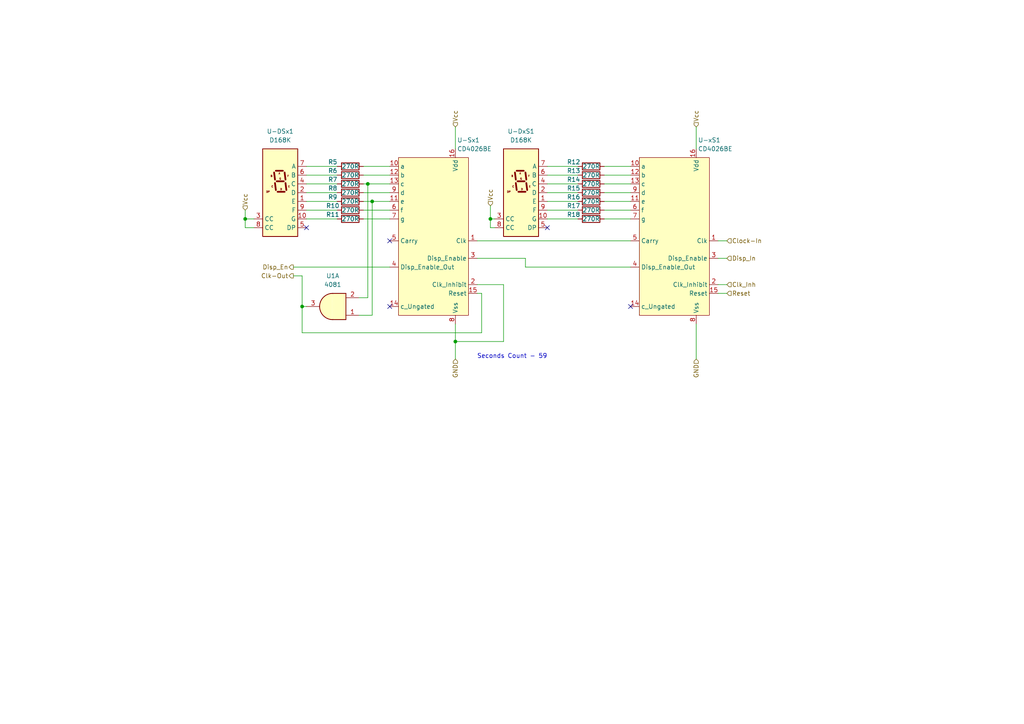
<source format=kicad_sch>
(kicad_sch (version 20250114) (generator "eeschema") (generator_version "9.0")
  (paper "A4")
  (title_block (title "Seconds Counter") (date "2023-12-24") (rev "1.0") (company "Akbar Q"))
  (lib_symbols
    (symbol "4xxx:4081" (pin_names (offset 1.016))
      (property "Reference" "U" (at 0 1.27 0))
      (property "Value" "4081" (at 0 -1.27 0))
      (symbol "4081_1_1"
        (arc (start 0 3.81) (mid 3.7934 0) (end 0 -3.81) (stroke (width 0.254)) (fill (type background)))
        (polyline (pts (xy 0 3.81) (xy -3.81 3.81) (xy -3.81 -3.81) (xy 0 -3.81)) (stroke (width 0.254)) (fill (type background)))
        (pin input line (at -7.62 2.54 0) (length 3.81) (name "~") (number "1"))
        (pin input line (at -7.62 -2.54 0) (length 3.81) (name "~") (number "2"))
        (pin output line (at 7.62 0 180) (length 3.81) (name "~") (number "3"))
      )
      (symbol "4081_1_2"
        (arc (start -3.81 3.81) (mid -2.589 0) (end -3.81 -3.81) (stroke (width 0.254)))
        (polyline (pts (xy -3.81 3.81) (xy -0.635 3.81)) (stroke (width 0.254)) (fill (type background)))
        (polyline (pts (xy -3.81 -3.81) (xy -0.635 -3.81)) (stroke (width 0.254)) (fill (type background)))
        (arc (start 3.81 0) (mid 2.1855 -2.584) (end -0.6096 -3.81) (stroke (width 0.254)) (fill (type background)))
        (arc (start -0.6096 3.81) (mid 2.1929 2.5925) (end 3.81 0) (stroke (width 0.254)) (fill (type background)))
        (polyline (pts (xy -0.635 3.81) (xy -3.81 3.81) (xy -3.81 3.81) (xy -3.556 3.4036) (xy -3.0226 2.2606) (xy -2.6924 1.0414) (xy -2.6162 -0.254) (xy -2.7686 -1.4986) (xy -3.175 -2.7178) (xy -3.81 -3.81) (xy -3.81 -3.81) (xy -0.635 -3.81)) (stroke (width -25.4)) (fill (type background)))
        (pin input inverted (at -7.62 2.54 0) (length 4.318) (name "~") (number "1"))
        (pin input inverted (at -7.62 -2.54 0) (length 4.318) (name "~") (number "2"))
        (pin output inverted (at 7.62 0 180) (length 3.81) (name "~") (number "3"))
      )
      (symbol "4081_2_1"
        (arc (start 0 3.81) (mid 3.7934 0) (end 0 -3.81) (stroke (width 0.254)) (fill (type background)))
        (polyline (pts (xy 0 3.81) (xy -3.81 3.81) (xy -3.81 -3.81) (xy 0 -3.81)) (stroke (width 0.254)) (fill (type background)))
        (pin input line (at -7.62 2.54 0) (length 3.81) (name "~") (number "5"))
        (pin input line (at -7.62 -2.54 0) (length 3.81) (name "~") (number "6"))
        (pin output line (at 7.62 0 180) (length 3.81) (name "~") (number "4"))
      )
      (symbol "4081_2_2"
        (arc (start -3.81 3.81) (mid -2.589 0) (end -3.81 -3.81) (stroke (width 0.254)))
        (polyline (pts (xy -3.81 3.81) (xy -0.635 3.81)) (stroke (width 0.254)) (fill (type background)))
        (polyline (pts (xy -3.81 -3.81) (xy -0.635 -3.81)) (stroke (width 0.254)) (fill (type background)))
        (arc (start 3.81 0) (mid 2.1855 -2.584) (end -0.6096 -3.81) (stroke (width 0.254)) (fill (type background)))
        (arc (start -0.6096 3.81) (mid 2.1929 2.5925) (end 3.81 0) (stroke (width 0.254)) (fill (type background)))
        (polyline (pts (xy -0.635 3.81) (xy -3.81 3.81) (xy -3.81 3.81) (xy -3.556 3.4036) (xy -3.0226 2.2606) (xy -2.6924 1.0414) (xy -2.6162 -0.254) (xy -2.7686 -1.4986) (xy -3.175 -2.7178) (xy -3.81 -3.81) (xy -3.81 -3.81) (xy -0.635 -3.81)) (stroke (width -25.4)) (fill (type background)))
        (pin input inverted (at -7.62 2.54 0) (length 4.318) (name "~") (number "5"))
        (pin input inverted (at -7.62 -2.54 0) (length 4.318) (name "~") (number "6"))
        (pin output inverted (at 7.62 0 180) (length 3.81) (name "~") (number "4"))
      )
      (symbol "4081_3_1"
        (arc (start 0 3.81) (mid 3.7934 0) (end 0 -3.81) (stroke (width 0.254)) (fill (type background)))
        (polyline (pts (xy 0 3.81) (xy -3.81 3.81) (xy -3.81 -3.81) (xy 0 -3.81)) (stroke (width 0.254)) (fill (type background)))
        (pin input line (at -7.62 2.54 0) (length 3.81) (name "~") (number "8"))
        (pin input line (at -7.62 -2.54 0) (length 3.81) (name "~") (number "9"))
        (pin output line (at 7.62 0 180) (length 3.81) (name "~") (number "10"))
      )
      (symbol "4081_3_2"
        (arc (start -3.81 3.81) (mid -2.589 0) (end -3.81 -3.81) (stroke (width 0.254)))
        (polyline (pts (xy -3.81 3.81) (xy -0.635 3.81)) (stroke (width 0.254)) (fill (type background)))
        (polyline (pts (xy -3.81 -3.81) (xy -0.635 -3.81)) (stroke (width 0.254)) (fill (type background)))
        (arc (start 3.81 0) (mid 2.1855 -2.584) (end -0.6096 -3.81) (stroke (width 0.254)) (fill (type background)))
        (arc (start -0.6096 3.81) (mid 2.1929 2.5925) (end 3.81 0) (stroke (width 0.254)) (fill (type background)))
        (polyline (pts (xy -0.635 3.81) (xy -3.81 3.81) (xy -3.81 3.81) (xy -3.556 3.4036) (xy -3.0226 2.2606) (xy -2.6924 1.0414) (xy -2.6162 -0.254) (xy -2.7686 -1.4986) (xy -3.175 -2.7178) (xy -3.81 -3.81) (xy -3.81 -3.81) (xy -0.635 -3.81)) (stroke (width -25.4)) (fill (type background)))
        (pin input inverted (at -7.62 2.54 0) (length 4.318) (name "~") (number "8"))
        (pin input inverted (at -7.62 -2.54 0) (length 4.318) (name "~") (number "9"))
        (pin output inverted (at 7.62 0 180) (length 3.81) (name "~") (number "10"))
      )
      (symbol "4081_4_1"
        (arc (start 0 3.81) (mid 3.7934 0) (end 0 -3.81) (stroke (width 0.254)) (fill (type background)))
        (polyline (pts (xy 0 3.81) (xy -3.81 3.81) (xy -3.81 -3.81) (xy 0 -3.81)) (stroke (width 0.254)) (fill (type background)))
        (pin input line (at -7.62 2.54 0) (length 3.81) (name "~") (number "12"))
        (pin input line (at -7.62 -2.54 0) (length 3.81) (name "~") (number "13"))
        (pin output line (at 7.62 0 180) (length 3.81) (name "~") (number "11"))
      )
      (symbol "4081_4_2"
        (arc (start -3.81 3.81) (mid -2.589 0) (end -3.81 -3.81) (stroke (width 0.254)))
        (polyline (pts (xy -3.81 3.81) (xy -0.635 3.81)) (stroke (width 0.254)) (fill (type background)))
        (polyline (pts (xy -3.81 -3.81) (xy -0.635 -3.81)) (stroke (width 0.254)) (fill (type background)))
        (arc (start 3.81 0) (mid 2.1855 -2.584) (end -0.6096 -3.81) (stroke (width 0.254)) (fill (type background)))
        (arc (start -0.6096 3.81) (mid 2.1929 2.5925) (end 3.81 0) (stroke (width 0.254)) (fill (type background)))
        (polyline (pts (xy -0.635 3.81) (xy -3.81 3.81) (xy -3.81 3.81) (xy -3.556 3.4036) (xy -3.0226 2.2606) (xy -2.6924 1.0414) (xy -2.6162 -0.254) (xy -2.7686 -1.4986) (xy -3.175 -2.7178) (xy -3.81 -3.81) (xy -3.81 -3.81) (xy -0.635 -3.81)) (stroke (width -25.4)) (fill (type background)))
        (pin input inverted (at -7.62 2.54 0) (length 4.318) (name "~") (number "12"))
        (pin input inverted (at -7.62 -2.54 0) (length 4.318) (name "~") (number "13"))
        (pin output inverted (at 7.62 0 180) (length 3.81) (name "~") (number "11"))
      )
      (symbol "4081_5_0"
        (pin power_in line (at 0 12.7 270) (length 5.08) (name "VDD") (number "14"))
        (pin power_in line (at 0 -12.7 90) (length 5.08) (name "VSS") (number "7"))
      )
      (symbol "4081_5_1"
        (rectangle (start -5.08 7.62) (end 5.08 -7.62) (stroke (width 0.254)) (fill (type background)))
      )
    )
    (symbol "Clock:CD4026BE"
      (property "Reference" "U?" (at 4.3306 27.94 0))
      (property "Value" "CD4026BE" (at 4.3306 25.4 0))
      (symbol "CD4026BE_0_1"
        (rectangle (start -10.16 22.86) (end 10.16 -22.86) (fill (type background)))
      )
      (symbol "CD4026BE_1_1"
        (pin input line (at -12.7 -1.27 0) (length 2.54) (name "Clk") (number "1"))
        (pin input line (at -12.7 -6.35 0) (length 2.54) (name "Disp_Enable") (number "3"))
        (pin input line (at -12.7 -13.97 0) (length 2.54) (name "Clk_Inhibit") (number "2"))
        (pin input line (at -12.7 -16.51 0) (length 2.54) (name "Reset") (number "15"))
        (pin power_in line (at -6.35 25.4 270) (length 2.54) (name "Vdd") (number "16"))
        (pin power_in line (at -6.35 -25.4 90) (length 2.54) (name "Vss") (number "8"))
        (pin output line (at 12.7 20.32 180) (length 2.54) (name "a") (number "10"))
        (pin output line (at 12.7 17.78 180) (length 2.54) (name "b") (number "12"))
        (pin output line (at 12.7 15.24 180) (length 2.54) (name "c") (number "13"))
        (pin output line (at 12.7 12.7 180) (length 2.54) (name "d") (number "9"))
        (pin output line (at 12.7 10.16 180) (length 2.54) (name "e") (number "11"))
        (pin output line (at 12.7 7.62 180) (length 2.54) (name "f") (number "6"))
        (pin output line (at 12.7 5.08 180) (length 2.54) (name "g") (number "7"))
        (pin output line (at 12.7 -1.27 180) (length 2.54) (name "Carry") (number "5"))
        (pin output line (at 12.7 -8.89 180) (length 2.54) (name "Disp_Enable_Out") (number "4"))
        (pin output line (at 12.7 -20.32 180) (length 2.54) (name "c_Ungated") (number "14"))
      )
    )
    (symbol "Device:R" (pin_numbers (hide yes)) (pin_names (offset 0))
      (property "Reference" "R" (at 2.032 0 90))
      (property "Value" "R" (at 0 0 90))
      (symbol "R_0_1"
        (rectangle (start -1.016 -2.54) (end 1.016 2.54) (stroke (width 0.254)))
      )
      (symbol "R_1_1"
        (pin passive line (at 0 3.81 270) (length 1.27) (name "~") (number "1"))
        (pin passive line (at 0 -3.81 90) (length 1.27) (name "~") (number "2"))
      )
    )
    (symbol "Display_Character:D168K"
      (property "Reference" "U" (at -2.54 13.97 0))
      (property "Value" "D168K" (at 1.27 13.97 0))
      (symbol "D168K_0_0"
        (text "E" (at -2.54 1.778 0) (effects (font (size 0.508 0.508))))
        (text "F" (at -2.286 4.826 0) (effects (font (size 0.508 0.508))))
        (text "D" (at -0.254 1.016 0) (effects (font (size 0.508 0.508))))
        (text "G" (at 0 4.064 0) (effects (font (size 0.508 0.508))))
        (text "A" (at 0.254 5.588 0) (effects (font (size 0.508 0.508))))
        (text "C" (at 2.286 1.778 0) (effects (font (size 0.508 0.508))))
        (text "B" (at 2.54 4.826 0) (effects (font (size 0.508 0.508))))
        (text "DP" (at 3.556 0.254 0) (effects (font (size 0.508 0.508))))
      )
      (symbol "D168K_0_1"
        (rectangle (start -5.08 12.7) (end 5.08 -12.7) (stroke (width 0.254)) (fill (type background)))
        (polyline (pts (xy -1.524 2.794) (xy -1.778 0.762)) (stroke (width 0.508)))
        (polyline (pts (xy -1.27 5.842) (xy -1.524 3.81)) (stroke (width 0.508)))
        (polyline (pts (xy -1.27 0.254) (xy 0.762 0.254)) (stroke (width 0.508)))
        (polyline (pts (xy -1.016 3.302) (xy 1.016 3.302)) (stroke (width 0.508)))
        (polyline (pts (xy -0.762 6.35) (xy 1.27 6.35)) (stroke (width 0.508)))
        (polyline (pts (xy 1.524 2.794) (xy 1.27 0.762)) (stroke (width 0.508)))
        (polyline (pts (xy 1.778 5.842) (xy 1.524 3.81)) (stroke (width 0.508)))
        (polyline (pts (xy 2.54 0.254) (xy 2.54 0.254)) (stroke (width 0.508)))
      )
      (symbol "D168K_1_1"
        (pin input line (at -7.62 7.62 0) (length 2.54) (name "A") (number "7"))
        (pin input line (at -7.62 5.08 0) (length 2.54) (name "B") (number "6"))
        (pin input line (at -7.62 2.54 0) (length 2.54) (name "C") (number "4"))
        (pin input line (at -7.62 0 0) (length 2.54) (name "D") (number "2"))
        (pin input line (at -7.62 -2.54 0) (length 2.54) (name "E") (number "1"))
        (pin input line (at -7.62 -5.08 0) (length 2.54) (name "F") (number "9"))
        (pin input line (at -7.62 -7.62 0) (length 2.54) (name "G") (number "10"))
        (pin input line (at -7.62 -10.16 0) (length 2.54) (name "DP") (number "5"))
        (pin input line (at 7.62 -7.62 180) (length 2.54) (name "CC") (number "3"))
        (pin input line (at 7.62 -10.16 180) (length 2.54) (name "CC") (number "8"))
      )
    )
  )
  (text "Seconds Count - 59" (at 158.75 104.14 0) (effects (font (size 1.27 1.27)) (justify right bottom)))
  (junction (at 107.95 58.42))
  (junction (at 87.63 88.9))
  (junction (at 142.24 63.5))
  (junction (at 106.68 53.34))
  (junction (at 71.12 63.5))
  (junction (at 132.08 99.06))
  (no_connect (at 158.75 66.04))
  (no_connect (at 88.9 66.04))
  (no_connect (at 113.03 88.9))
  (no_connect (at 113.03 69.85))
  (no_connect (at 182.88 88.9))
  (wire (pts (xy 71.12 63.5) (xy 73.66 63.5)))
  (wire (pts (xy 105.41 60.96) (xy 113.03 60.96)))
  (wire (pts (xy 208.28 69.85) (xy 210.82 69.85)))
  (wire (pts (xy 152.4 74.93) (xy 138.43 74.93)))
  (wire (pts (xy 146.05 99.06) (xy 132.08 99.06)))
  (wire (pts (xy 105.41 63.5) (xy 113.03 63.5)))
  (wire (pts (xy 138.43 82.55) (xy 146.05 82.55)))
  (wire (pts (xy 138.43 85.09) (xy 139.7 85.09)))
  (wire (pts (xy 146.05 82.55) (xy 146.05 99.06)))
  (wire (pts (xy 88.9 50.8) (xy 97.79 50.8)))
  (wire (pts (xy 175.26 50.8) (xy 182.88 50.8)))
  (wire (pts (xy 175.26 53.34) (xy 182.88 53.34)))
  (wire (pts (xy 175.26 48.26) (xy 182.88 48.26)))
  (wire (pts (xy 158.75 53.34) (xy 167.64 53.34)))
  (wire (pts (xy 105.41 50.8) (xy 113.03 50.8)))
  (wire (pts (xy 88.9 88.9) (xy 87.63 88.9)))
  (wire (pts (xy 105.41 48.26) (xy 113.03 48.26)))
  (wire (pts (xy 143.51 66.04) (xy 142.24 66.04)))
  (wire (pts (xy 88.9 63.5) (xy 97.79 63.5)))
  (wire (pts (xy 139.7 85.09) (xy 139.7 96.52)))
  (wire (pts (xy 142.24 63.5) (xy 143.51 63.5)))
  (wire (pts (xy 208.28 74.93) (xy 210.82 74.93)))
  (wire (pts (xy 158.75 63.5) (xy 167.64 63.5)))
  (wire (pts (xy 175.26 60.96) (xy 182.88 60.96)))
  (wire (pts (xy 132.08 104.14) (xy 132.08 99.06)))
  (wire (pts (xy 87.63 88.9) (xy 87.63 96.52)))
  (wire (pts (xy 107.95 58.42) (xy 113.03 58.42)))
  (wire (pts (xy 105.41 55.88) (xy 113.03 55.88)))
  (wire (pts (xy 158.75 58.42) (xy 167.64 58.42)))
  (wire (pts (xy 105.41 53.34) (xy 106.68 53.34)))
  (wire (pts (xy 142.24 66.04) (xy 142.24 63.5)))
  (wire (pts (xy 106.68 53.34) (xy 113.03 53.34)))
  (wire (pts (xy 88.9 55.88) (xy 97.79 55.88)))
  (wire (pts (xy 88.9 58.42) (xy 97.79 58.42)))
  (wire (pts (xy 175.26 63.5) (xy 182.88 63.5)))
  (wire (pts (xy 88.9 60.96) (xy 97.79 60.96)))
  (wire (pts (xy 88.9 48.26) (xy 97.79 48.26)))
  (wire (pts (xy 152.4 77.47) (xy 182.88 77.47)))
  (wire (pts (xy 104.14 91.44) (xy 107.95 91.44)))
  (wire (pts (xy 88.9 53.34) (xy 97.79 53.34)))
  (wire (pts (xy 107.95 91.44) (xy 107.95 58.42)))
  (wire (pts (xy 142.24 63.5) (xy 142.24 59.69)))
  (wire (pts (xy 71.12 66.04) (xy 71.12 63.5)))
  (wire (pts (xy 201.93 93.98) (xy 201.93 104.14)))
  (wire (pts (xy 132.08 36.83) (xy 132.08 43.18)))
  (wire (pts (xy 106.68 86.36) (xy 106.68 53.34)))
  (wire (pts (xy 158.75 55.88) (xy 167.64 55.88)))
  (wire (pts (xy 87.63 96.52) (xy 139.7 96.52)))
  (wire (pts (xy 158.75 48.26) (xy 167.64 48.26)))
  (wire (pts (xy 113.03 77.47) (xy 85.09 77.47)))
  (wire (pts (xy 208.28 82.55) (xy 210.82 82.55)))
  (wire (pts (xy 87.63 80.01) (xy 87.63 88.9)))
  (wire (pts (xy 201.93 36.83) (xy 201.93 43.18)))
  (wire (pts (xy 71.12 63.5) (xy 71.12 60.96)))
  (wire (pts (xy 158.75 50.8) (xy 167.64 50.8)))
  (wire (pts (xy 208.28 85.09) (xy 210.82 85.09)))
  (wire (pts (xy 138.43 69.85) (xy 182.88 69.85)))
  (wire (pts (xy 132.08 93.98) (xy 132.08 99.06)))
  (wire (pts (xy 73.66 66.04) (xy 71.12 66.04)))
  (wire (pts (xy 105.41 58.42) (xy 107.95 58.42)))
  (wire (pts (xy 175.26 55.88) (xy 182.88 55.88)))
  (wire (pts (xy 158.75 60.96) (xy 167.64 60.96)))
  (wire (pts (xy 85.09 80.01) (xy 87.63 80.01)))
  (wire (pts (xy 104.14 86.36) (xy 106.68 86.36)))
  (wire (pts (xy 152.4 77.47) (xy 152.4 74.93)))
  (wire (pts (xy 175.26 58.42) (xy 182.88 58.42)))
  (hierarchical_label "Vcc" (shape input) (at 71.12 60.96 90))
  (hierarchical_label "Reset" (shape input) (at 210.82 85.09 0))
  (hierarchical_label "Disp_In" (shape input) (at 210.82 74.93 0))
  (hierarchical_label "Vcc" (shape input) (at 132.08 36.83 90))
  (hierarchical_label "Clk_Inh" (shape input) (at 210.82 82.55 0))
  (hierarchical_label "GND" (shape input) (at 201.93 104.14 270))
  (hierarchical_label "Disp_En" (shape output) (at 85.09 77.47 180))
  (hierarchical_label "Clk-Out" (shape output) (at 85.09 80.01 180))
  (hierarchical_label "GND" (shape input) (at 132.08 104.14 270))
  (hierarchical_label "Vcc" (shape input) (at 201.93 36.83 90))
  (hierarchical_label "Clock-In" (shape input) (at 210.82 69.85 0))
  (hierarchical_label "Vcc" (shape input) (at 142.24 59.69 90))
  (symbol (lib_id "Clock:CD4026BE") (at 195.58 68.58 0) (mirror y) (unit 1)
    (property "Reference" "U-xS1" (at 202.4506 40.64 0) (effects (justify right)))
    (property "Value" "CD4026BE" (at 202.4506 43.18 0) (effects (justify right)))
    (property "Footprint" "Package_DIP:DIP-16_W10.16mm_LongPads" (effects (hide yes)))
  )
  (symbol (lib_id "Device:R") (at 101.6 53.34 90) (unit 1)
    (property "Reference" "R7" (at 96.52 52.07 90))
    (property "Value" "270R" (at 101.6 53.34 90))
    (property "Footprint" "Resistor_THT:R_Axial_DIN0204_L3.6mm_D1.6mm_P7.62mm_Horizontal" (effects (hide yes)))
  )
  (symbol (lib_id "Device:R") (at 171.45 53.34 90) (unit 1)
    (property "Reference" "R14" (at 166.37 52.07 90))
    (property "Value" "270R" (at 171.45 53.34 90))
    (property "Footprint" "Resistor_THT:R_Axial_DIN0204_L3.6mm_D1.6mm_P7.62mm_Horizontal" (effects (hide yes)))
  )
  (symbol (lib_id "Device:R") (at 171.45 63.5 90) (unit 1)
    (property "Reference" "R18" (at 166.37 62.23 90))
    (property "Value" "270R" (at 171.45 63.5 90))
    (property "Footprint" "Resistor_THT:R_Axial_DIN0204_L3.6mm_D1.6mm_P7.62mm_Horizontal" (effects (hide yes)))
  )
  (symbol (lib_id "Device:R") (at 101.6 63.5 90) (unit 1)
    (property "Reference" "R11" (at 96.52 62.23 90))
    (property "Value" "270R" (at 101.6 63.5 90))
    (property "Footprint" "Resistor_THT:R_Axial_DIN0204_L3.6mm_D1.6mm_P7.62mm_Horizontal" (effects (hide yes)))
  )
  (symbol (lib_id "Display_Character:D168K") (at 151.13 55.88 0) (mirror y) (unit 1)
    (property "Reference" "U-DxS1" (at 151.13 38.1 0))
    (property "Value" "D168K" (at 151.13 40.64 0))
    (property "Footprint" "Display_7Segment:D1X8K" (effects (hide yes)))
    (property "Datasheet" "https://ia800903.us.archive.org/24/items/CTKD1x8K/Cromatek%20D168K.pdf" (effects (hide yes)))
  )
  (symbol (lib_id "Clock:CD4026BE") (at 125.73 68.58 0) (mirror y) (unit 1)
    (property "Reference" "U-Sx1" (at 132.6006 40.64 0) (effects (justify right)))
    (property "Value" "CD4026BE" (at 132.6006 43.18 0) (effects (justify right)))
    (property "Footprint" "Package_DIP:DIP-16_W10.16mm_LongPads" (effects (hide yes)))
  )
  (symbol (lib_id "Device:R") (at 101.6 55.88 90) (unit 1)
    (property "Reference" "R8" (at 96.52 54.61 90))
    (property "Value" "270R" (at 101.6 55.88 90))
    (property "Footprint" "Resistor_THT:R_Axial_DIN0204_L3.6mm_D1.6mm_P7.62mm_Horizontal" (effects (hide yes)))
  )
  (symbol (lib_id "Device:R") (at 101.6 48.26 90) (unit 1)
    (property "Reference" "R5" (at 96.52 46.99 90))
    (property "Value" "270R" (at 101.6 48.26 90))
    (property "Footprint" "Resistor_THT:R_Axial_DIN0204_L3.6mm_D1.6mm_P7.62mm_Horizontal" (effects (hide yes)))
  )
  (symbol (lib_id "Device:R") (at 101.6 60.96 90) (unit 1)
    (property "Reference" "R10" (at 96.52 59.69 90))
    (property "Value" "270R" (at 101.6 60.96 90))
    (property "Footprint" "Resistor_THT:R_Axial_DIN0204_L3.6mm_D1.6mm_P7.62mm_Horizontal" (effects (hide yes)))
  )
  (symbol (lib_id "Device:R") (at 171.45 60.96 90) (unit 1)
    (property "Reference" "R17" (at 166.37 59.69 90))
    (property "Value" "270R" (at 171.45 60.96 90))
    (property "Footprint" "Resistor_THT:R_Axial_DIN0204_L3.6mm_D1.6mm_P7.62mm_Horizontal" (effects (hide yes)))
  )
  (symbol (lib_id "Device:R") (at 171.45 58.42 90) (unit 1)
    (property "Reference" "R16" (at 166.37 57.15 90))
    (property "Value" "270R" (at 171.45 58.42 90))
    (property "Footprint" "Resistor_THT:R_Axial_DIN0204_L3.6mm_D1.6mm_P7.62mm_Horizontal" (effects (hide yes)))
  )
  (symbol (lib_id "4xxx:4081") (at 96.52 88.9 180) (unit 1)
    (property "Reference" "U1" (at 96.52 80.01 0))
    (property "Value" "4081" (at 96.52 82.55 0))
    (property "Footprint" "Package_DIP:DIP-14_W7.62mm_Socket_LongPads" (effects (hide yes)))
    (property "Datasheet" "http://www.intersil.com/content/dam/Intersil/documents/cd40/cd4073bms-81bms-82bms.pdf" (effects (hide yes)))
  )
  (symbol (lib_id "Device:R") (at 101.6 50.8 90) (unit 1)
    (property "Reference" "R6" (at 96.52 49.53 90))
    (property "Value" "270R" (at 101.6 50.8 90))
    (property "Footprint" "Resistor_THT:R_Axial_DIN0204_L3.6mm_D1.6mm_P7.62mm_Horizontal" (effects (hide yes)))
  )
  (symbol (lib_id "Device:R") (at 171.45 50.8 90) (unit 1)
    (property "Reference" "R13" (at 166.37 49.53 90))
    (property "Value" "270R" (at 171.45 50.8 90))
    (property "Footprint" "Resistor_THT:R_Axial_DIN0204_L3.6mm_D1.6mm_P7.62mm_Horizontal" (effects (hide yes)))
  )
  (symbol (lib_id "Display_Character:D168K") (at 81.28 55.88 0) (mirror y) (unit 1)
    (property "Reference" "U-DSx1" (at 81.28 38.1 0))
    (property "Value" "D168K" (at 81.28 40.64 0))
    (property "Footprint" "Display_7Segment:D1X8K" (effects (hide yes)))
    (property "Datasheet" "https://ia800903.us.archive.org/24/items/CTKD1x8K/Cromatek%20D168K.pdf" (effects (hide yes)))
  )
  (symbol (lib_id "Device:R") (at 101.6 58.42 90) (unit 1)
    (property "Reference" "R9" (at 96.52 57.15 90))
    (property "Value" "270R" (at 101.6 58.42 90))
    (property "Footprint" "Resistor_THT:R_Axial_DIN0204_L3.6mm_D1.6mm_P7.62mm_Horizontal" (effects (hide yes)))
  )
  (symbol (lib_id "Device:R") (at 171.45 55.88 90) (unit 1)
    (property "Reference" "R15" (at 166.37 54.61 90))
    (property "Value" "270R" (at 171.45 55.88 90))
    (property "Footprint" "Resistor_THT:R_Axial_DIN0204_L3.6mm_D1.6mm_P7.62mm_Horizontal" (effects (hide yes)))
  )
  (symbol (lib_id "Device:R") (at 171.45 48.26 90) (unit 1)
    (property "Reference" "R12" (at 166.37 46.99 90))
    (property "Value" "270R" (at 171.45 48.26 90))
    (property "Footprint" "Resistor_THT:R_Axial_DIN0204_L3.6mm_D1.6mm_P7.62mm_Horizontal" (effects (hide yes)))
  )
)
</source>
